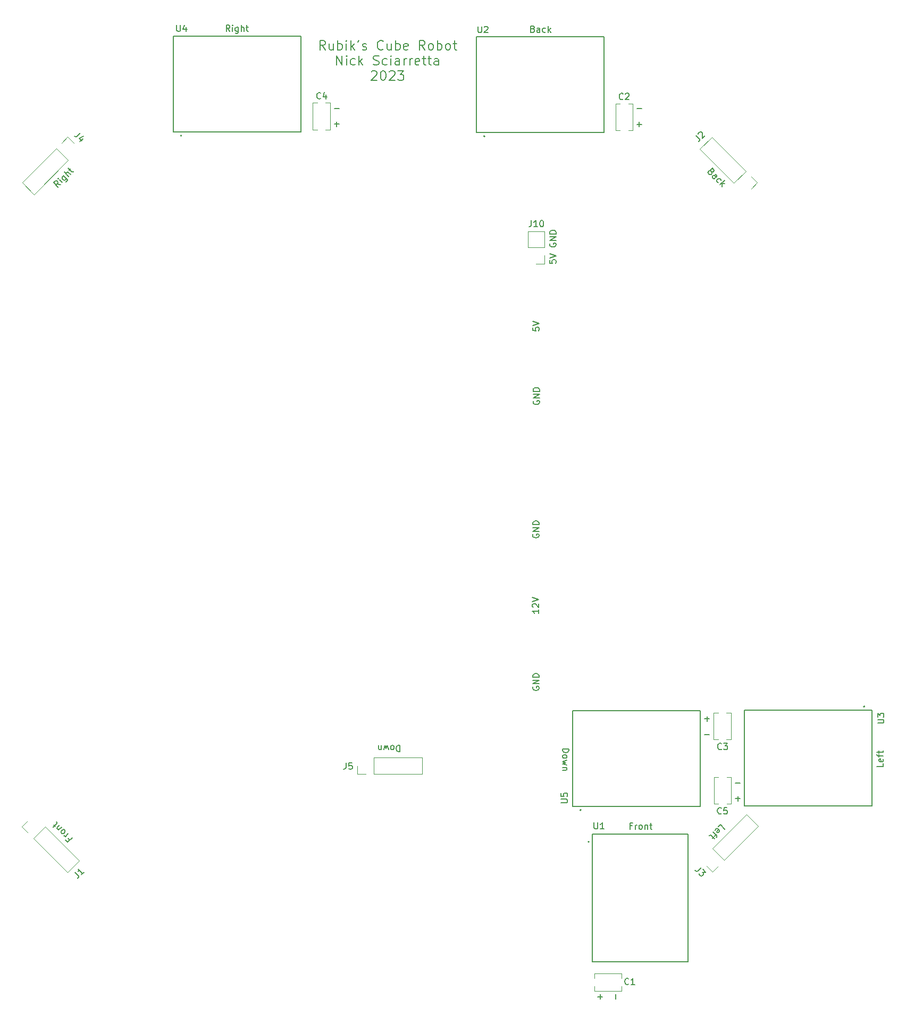
<source format=gbr>
%TF.GenerationSoftware,KiCad,Pcbnew,7.0.8*%
%TF.CreationDate,2023-11-07T13:43:57-08:00*%
%TF.ProjectId,Rubiks-Cube,52756269-6b73-42d4-9375-62652e6b6963,rev?*%
%TF.SameCoordinates,Original*%
%TF.FileFunction,Legend,Top*%
%TF.FilePolarity,Positive*%
%FSLAX46Y46*%
G04 Gerber Fmt 4.6, Leading zero omitted, Abs format (unit mm)*
G04 Created by KiCad (PCBNEW 7.0.8) date 2023-11-07 13:43:57*
%MOMM*%
%LPD*%
G01*
G04 APERTURE LIST*
%ADD10C,0.150000*%
%ADD11C,0.200000*%
%ADD12C,0.127000*%
%ADD13C,0.120000*%
G04 APERTURE END LIST*
D10*
X120879819Y-56037030D02*
X120879819Y-56513220D01*
X120879819Y-56513220D02*
X121356009Y-56560839D01*
X121356009Y-56560839D02*
X121308390Y-56513220D01*
X121308390Y-56513220D02*
X121260771Y-56417982D01*
X121260771Y-56417982D02*
X121260771Y-56179887D01*
X121260771Y-56179887D02*
X121308390Y-56084649D01*
X121308390Y-56084649D02*
X121356009Y-56037030D01*
X121356009Y-56037030D02*
X121451247Y-55989411D01*
X121451247Y-55989411D02*
X121689342Y-55989411D01*
X121689342Y-55989411D02*
X121784580Y-56037030D01*
X121784580Y-56037030D02*
X121832200Y-56084649D01*
X121832200Y-56084649D02*
X121879819Y-56179887D01*
X121879819Y-56179887D02*
X121879819Y-56417982D01*
X121879819Y-56417982D02*
X121832200Y-56513220D01*
X121832200Y-56513220D02*
X121784580Y-56560839D01*
X120879819Y-55703696D02*
X121879819Y-55370363D01*
X121879819Y-55370363D02*
X120879819Y-55037030D01*
X134746779Y-34448866D02*
X135508684Y-34448866D01*
X135127731Y-34829819D02*
X135127731Y-34067914D01*
X119139819Y-111649411D02*
X119139819Y-112220839D01*
X119139819Y-111935125D02*
X118139819Y-111935125D01*
X118139819Y-111935125D02*
X118282676Y-112030363D01*
X118282676Y-112030363D02*
X118377914Y-112125601D01*
X118377914Y-112125601D02*
X118425533Y-112220839D01*
X118235057Y-111268458D02*
X118187438Y-111220839D01*
X118187438Y-111220839D02*
X118139819Y-111125601D01*
X118139819Y-111125601D02*
X118139819Y-110887506D01*
X118139819Y-110887506D02*
X118187438Y-110792268D01*
X118187438Y-110792268D02*
X118235057Y-110744649D01*
X118235057Y-110744649D02*
X118330295Y-110697030D01*
X118330295Y-110697030D02*
X118425533Y-110697030D01*
X118425533Y-110697030D02*
X118568390Y-110744649D01*
X118568390Y-110744649D02*
X119139819Y-111316077D01*
X119139819Y-111316077D02*
X119139819Y-110697030D01*
X118139819Y-110411315D02*
X119139819Y-110077982D01*
X119139819Y-110077982D02*
X118139819Y-109744649D01*
X118199819Y-66767030D02*
X118199819Y-67243220D01*
X118199819Y-67243220D02*
X118676009Y-67290839D01*
X118676009Y-67290839D02*
X118628390Y-67243220D01*
X118628390Y-67243220D02*
X118580771Y-67147982D01*
X118580771Y-67147982D02*
X118580771Y-66909887D01*
X118580771Y-66909887D02*
X118628390Y-66814649D01*
X118628390Y-66814649D02*
X118676009Y-66767030D01*
X118676009Y-66767030D02*
X118771247Y-66719411D01*
X118771247Y-66719411D02*
X119009342Y-66719411D01*
X119009342Y-66719411D02*
X119104580Y-66767030D01*
X119104580Y-66767030D02*
X119152200Y-66814649D01*
X119152200Y-66814649D02*
X119199819Y-66909887D01*
X119199819Y-66909887D02*
X119199819Y-67147982D01*
X119199819Y-67147982D02*
X119152200Y-67243220D01*
X119152200Y-67243220D02*
X119104580Y-67290839D01*
X118199819Y-66433696D02*
X119199819Y-66100363D01*
X119199819Y-66100363D02*
X118199819Y-65767030D01*
X86586779Y-31888866D02*
X87348684Y-31888866D01*
X42990148Y-44015748D02*
X42417728Y-43914733D01*
X42586087Y-44419809D02*
X41878980Y-43712702D01*
X41878980Y-43712702D02*
X42148354Y-43443328D01*
X42148354Y-43443328D02*
X42249369Y-43409656D01*
X42249369Y-43409656D02*
X42316713Y-43409656D01*
X42316713Y-43409656D02*
X42417728Y-43443328D01*
X42417728Y-43443328D02*
X42518743Y-43544343D01*
X42518743Y-43544343D02*
X42552415Y-43645358D01*
X42552415Y-43645358D02*
X42552415Y-43712702D01*
X42552415Y-43712702D02*
X42518743Y-43813717D01*
X42518743Y-43813717D02*
X42249369Y-44083091D01*
X43293193Y-43712702D02*
X42821789Y-43241297D01*
X42586087Y-43005595D02*
X42586087Y-43072939D01*
X42586087Y-43072939D02*
X42653430Y-43072939D01*
X42653430Y-43072939D02*
X42653430Y-43005595D01*
X42653430Y-43005595D02*
X42586087Y-43005595D01*
X42586087Y-43005595D02*
X42653430Y-43072939D01*
X43461552Y-42601535D02*
X44033972Y-43173954D01*
X44033972Y-43173954D02*
X44067643Y-43274970D01*
X44067643Y-43274970D02*
X44067643Y-43342313D01*
X44067643Y-43342313D02*
X44033972Y-43443328D01*
X44033972Y-43443328D02*
X43932956Y-43544344D01*
X43932956Y-43544344D02*
X43831941Y-43578015D01*
X43899285Y-43039267D02*
X43865613Y-43140283D01*
X43865613Y-43140283D02*
X43730926Y-43274970D01*
X43730926Y-43274970D02*
X43629911Y-43308641D01*
X43629911Y-43308641D02*
X43562567Y-43308641D01*
X43562567Y-43308641D02*
X43461552Y-43274970D01*
X43461552Y-43274970D02*
X43259521Y-43072939D01*
X43259521Y-43072939D02*
X43225849Y-42971924D01*
X43225849Y-42971924D02*
X43225849Y-42904580D01*
X43225849Y-42904580D02*
X43259521Y-42803565D01*
X43259521Y-42803565D02*
X43394208Y-42668878D01*
X43394208Y-42668878D02*
X43495224Y-42635206D01*
X44269674Y-42736221D02*
X43562567Y-42029115D01*
X44572720Y-42433176D02*
X44202330Y-42062786D01*
X44202330Y-42062786D02*
X44101315Y-42029115D01*
X44101315Y-42029115D02*
X44000300Y-42062786D01*
X44000300Y-42062786D02*
X43899285Y-42163802D01*
X43899285Y-42163802D02*
X43865613Y-42264817D01*
X43865613Y-42264817D02*
X43865613Y-42332160D01*
X44337017Y-41726069D02*
X44606391Y-41456695D01*
X44202330Y-41389351D02*
X44808422Y-41995443D01*
X44808422Y-41995443D02*
X44909437Y-42029115D01*
X44909437Y-42029115D02*
X45010452Y-41995443D01*
X45010452Y-41995443D02*
X45077796Y-41928099D01*
X118210112Y-19246009D02*
X118352969Y-19293628D01*
X118352969Y-19293628D02*
X118400588Y-19341247D01*
X118400588Y-19341247D02*
X118448207Y-19436485D01*
X118448207Y-19436485D02*
X118448207Y-19579342D01*
X118448207Y-19579342D02*
X118400588Y-19674580D01*
X118400588Y-19674580D02*
X118352969Y-19722200D01*
X118352969Y-19722200D02*
X118257731Y-19769819D01*
X118257731Y-19769819D02*
X117876779Y-19769819D01*
X117876779Y-19769819D02*
X117876779Y-18769819D01*
X117876779Y-18769819D02*
X118210112Y-18769819D01*
X118210112Y-18769819D02*
X118305350Y-18817438D01*
X118305350Y-18817438D02*
X118352969Y-18865057D01*
X118352969Y-18865057D02*
X118400588Y-18960295D01*
X118400588Y-18960295D02*
X118400588Y-19055533D01*
X118400588Y-19055533D02*
X118352969Y-19150771D01*
X118352969Y-19150771D02*
X118305350Y-19198390D01*
X118305350Y-19198390D02*
X118210112Y-19246009D01*
X118210112Y-19246009D02*
X117876779Y-19246009D01*
X119305350Y-19769819D02*
X119305350Y-19246009D01*
X119305350Y-19246009D02*
X119257731Y-19150771D01*
X119257731Y-19150771D02*
X119162493Y-19103152D01*
X119162493Y-19103152D02*
X118972017Y-19103152D01*
X118972017Y-19103152D02*
X118876779Y-19150771D01*
X119305350Y-19722200D02*
X119210112Y-19769819D01*
X119210112Y-19769819D02*
X118972017Y-19769819D01*
X118972017Y-19769819D02*
X118876779Y-19722200D01*
X118876779Y-19722200D02*
X118829160Y-19626961D01*
X118829160Y-19626961D02*
X118829160Y-19531723D01*
X118829160Y-19531723D02*
X118876779Y-19436485D01*
X118876779Y-19436485D02*
X118972017Y-19388866D01*
X118972017Y-19388866D02*
X119210112Y-19388866D01*
X119210112Y-19388866D02*
X119305350Y-19341247D01*
X120210112Y-19722200D02*
X120114874Y-19769819D01*
X120114874Y-19769819D02*
X119924398Y-19769819D01*
X119924398Y-19769819D02*
X119829160Y-19722200D01*
X119829160Y-19722200D02*
X119781541Y-19674580D01*
X119781541Y-19674580D02*
X119733922Y-19579342D01*
X119733922Y-19579342D02*
X119733922Y-19293628D01*
X119733922Y-19293628D02*
X119781541Y-19198390D01*
X119781541Y-19198390D02*
X119829160Y-19150771D01*
X119829160Y-19150771D02*
X119924398Y-19103152D01*
X119924398Y-19103152D02*
X120114874Y-19103152D01*
X120114874Y-19103152D02*
X120210112Y-19150771D01*
X120638684Y-19769819D02*
X120638684Y-18769819D01*
X120733922Y-19388866D02*
X121019636Y-19769819D01*
X121019636Y-19103152D02*
X120638684Y-19484104D01*
X128921133Y-172886779D02*
X128921133Y-173648684D01*
X128540180Y-173267731D02*
X129302085Y-173267731D01*
X146313220Y-129031133D02*
X145551316Y-129031133D01*
X145932268Y-128650180D02*
X145932268Y-129412085D01*
X118297438Y-78449411D02*
X118249819Y-78544649D01*
X118249819Y-78544649D02*
X118249819Y-78687506D01*
X118249819Y-78687506D02*
X118297438Y-78830363D01*
X118297438Y-78830363D02*
X118392676Y-78925601D01*
X118392676Y-78925601D02*
X118487914Y-78973220D01*
X118487914Y-78973220D02*
X118678390Y-79020839D01*
X118678390Y-79020839D02*
X118821247Y-79020839D01*
X118821247Y-79020839D02*
X119011723Y-78973220D01*
X119011723Y-78973220D02*
X119106961Y-78925601D01*
X119106961Y-78925601D02*
X119202200Y-78830363D01*
X119202200Y-78830363D02*
X119249819Y-78687506D01*
X119249819Y-78687506D02*
X119249819Y-78592268D01*
X119249819Y-78592268D02*
X119202200Y-78449411D01*
X119202200Y-78449411D02*
X119154580Y-78401792D01*
X119154580Y-78401792D02*
X118821247Y-78401792D01*
X118821247Y-78401792D02*
X118821247Y-78592268D01*
X119249819Y-77973220D02*
X118249819Y-77973220D01*
X118249819Y-77973220D02*
X119249819Y-77401792D01*
X119249819Y-77401792D02*
X118249819Y-77401792D01*
X119249819Y-76925601D02*
X118249819Y-76925601D01*
X118249819Y-76925601D02*
X118249819Y-76687506D01*
X118249819Y-76687506D02*
X118297438Y-76544649D01*
X118297438Y-76544649D02*
X118392676Y-76449411D01*
X118392676Y-76449411D02*
X118487914Y-76401792D01*
X118487914Y-76401792D02*
X118678390Y-76354173D01*
X118678390Y-76354173D02*
X118821247Y-76354173D01*
X118821247Y-76354173D02*
X119011723Y-76401792D01*
X119011723Y-76401792D02*
X119106961Y-76449411D01*
X119106961Y-76449411D02*
X119202200Y-76544649D01*
X119202200Y-76544649D02*
X119249819Y-76687506D01*
X119249819Y-76687506D02*
X119249819Y-76925601D01*
X69948207Y-19639819D02*
X69614874Y-19163628D01*
X69376779Y-19639819D02*
X69376779Y-18639819D01*
X69376779Y-18639819D02*
X69757731Y-18639819D01*
X69757731Y-18639819D02*
X69852969Y-18687438D01*
X69852969Y-18687438D02*
X69900588Y-18735057D01*
X69900588Y-18735057D02*
X69948207Y-18830295D01*
X69948207Y-18830295D02*
X69948207Y-18973152D01*
X69948207Y-18973152D02*
X69900588Y-19068390D01*
X69900588Y-19068390D02*
X69852969Y-19116009D01*
X69852969Y-19116009D02*
X69757731Y-19163628D01*
X69757731Y-19163628D02*
X69376779Y-19163628D01*
X70376779Y-19639819D02*
X70376779Y-18973152D01*
X70376779Y-18639819D02*
X70329160Y-18687438D01*
X70329160Y-18687438D02*
X70376779Y-18735057D01*
X70376779Y-18735057D02*
X70424398Y-18687438D01*
X70424398Y-18687438D02*
X70376779Y-18639819D01*
X70376779Y-18639819D02*
X70376779Y-18735057D01*
X71281540Y-18973152D02*
X71281540Y-19782676D01*
X71281540Y-19782676D02*
X71233921Y-19877914D01*
X71233921Y-19877914D02*
X71186302Y-19925533D01*
X71186302Y-19925533D02*
X71091064Y-19973152D01*
X71091064Y-19973152D02*
X70948207Y-19973152D01*
X70948207Y-19973152D02*
X70852969Y-19925533D01*
X71281540Y-19592200D02*
X71186302Y-19639819D01*
X71186302Y-19639819D02*
X70995826Y-19639819D01*
X70995826Y-19639819D02*
X70900588Y-19592200D01*
X70900588Y-19592200D02*
X70852969Y-19544580D01*
X70852969Y-19544580D02*
X70805350Y-19449342D01*
X70805350Y-19449342D02*
X70805350Y-19163628D01*
X70805350Y-19163628D02*
X70852969Y-19068390D01*
X70852969Y-19068390D02*
X70900588Y-19020771D01*
X70900588Y-19020771D02*
X70995826Y-18973152D01*
X70995826Y-18973152D02*
X71186302Y-18973152D01*
X71186302Y-18973152D02*
X71281540Y-19020771D01*
X71757731Y-19639819D02*
X71757731Y-18639819D01*
X72186302Y-19639819D02*
X72186302Y-19116009D01*
X72186302Y-19116009D02*
X72138683Y-19020771D01*
X72138683Y-19020771D02*
X72043445Y-18973152D01*
X72043445Y-18973152D02*
X71900588Y-18973152D01*
X71900588Y-18973152D02*
X71805350Y-19020771D01*
X71805350Y-19020771D02*
X71757731Y-19068390D01*
X72519636Y-18973152D02*
X72900588Y-18973152D01*
X72662493Y-18639819D02*
X72662493Y-19496961D01*
X72662493Y-19496961D02*
X72710112Y-19592200D01*
X72710112Y-19592200D02*
X72805350Y-19639819D01*
X72805350Y-19639819D02*
X72900588Y-19639819D01*
X146666282Y-41971400D02*
X146733625Y-42106087D01*
X146733625Y-42106087D02*
X146733625Y-42173430D01*
X146733625Y-42173430D02*
X146699953Y-42274445D01*
X146699953Y-42274445D02*
X146598938Y-42375461D01*
X146598938Y-42375461D02*
X146497923Y-42409132D01*
X146497923Y-42409132D02*
X146430579Y-42409132D01*
X146430579Y-42409132D02*
X146329564Y-42375461D01*
X146329564Y-42375461D02*
X146060190Y-42106087D01*
X146060190Y-42106087D02*
X146767297Y-41398980D01*
X146767297Y-41398980D02*
X147002999Y-41634682D01*
X147002999Y-41634682D02*
X147036671Y-41735697D01*
X147036671Y-41735697D02*
X147036671Y-41803041D01*
X147036671Y-41803041D02*
X147002999Y-41904056D01*
X147002999Y-41904056D02*
X146935656Y-41971400D01*
X146935656Y-41971400D02*
X146834641Y-42005071D01*
X146834641Y-42005071D02*
X146767297Y-42005071D01*
X146767297Y-42005071D02*
X146666282Y-41971400D01*
X146666282Y-41971400D02*
X146430579Y-41735697D01*
X147070343Y-43116239D02*
X147440732Y-42745850D01*
X147440732Y-42745850D02*
X147474404Y-42644835D01*
X147474404Y-42644835D02*
X147440732Y-42543819D01*
X147440732Y-42543819D02*
X147306045Y-42409132D01*
X147306045Y-42409132D02*
X147205030Y-42375461D01*
X147104015Y-43082567D02*
X147002999Y-43048896D01*
X147002999Y-43048896D02*
X146834641Y-42880537D01*
X146834641Y-42880537D02*
X146800969Y-42779522D01*
X146800969Y-42779522D02*
X146834641Y-42678506D01*
X146834641Y-42678506D02*
X146901984Y-42611163D01*
X146901984Y-42611163D02*
X147002999Y-42577491D01*
X147002999Y-42577491D02*
X147104015Y-42611163D01*
X147104015Y-42611163D02*
X147272373Y-42779522D01*
X147272373Y-42779522D02*
X147373389Y-42813193D01*
X147743778Y-43722331D02*
X147642763Y-43688659D01*
X147642763Y-43688659D02*
X147508076Y-43553972D01*
X147508076Y-43553972D02*
X147474404Y-43452957D01*
X147474404Y-43452957D02*
X147474404Y-43385613D01*
X147474404Y-43385613D02*
X147508076Y-43284598D01*
X147508076Y-43284598D02*
X147710106Y-43082567D01*
X147710106Y-43082567D02*
X147811121Y-43048896D01*
X147811121Y-43048896D02*
X147878465Y-43048896D01*
X147878465Y-43048896D02*
X147979480Y-43082567D01*
X147979480Y-43082567D02*
X148114167Y-43217254D01*
X148114167Y-43217254D02*
X148147839Y-43318270D01*
X148013152Y-44059048D02*
X148720259Y-43351942D01*
X148349869Y-43857018D02*
X148282526Y-44328422D01*
X148753931Y-43857018D02*
X148215182Y-43857018D01*
X120927438Y-53389411D02*
X120879819Y-53484649D01*
X120879819Y-53484649D02*
X120879819Y-53627506D01*
X120879819Y-53627506D02*
X120927438Y-53770363D01*
X120927438Y-53770363D02*
X121022676Y-53865601D01*
X121022676Y-53865601D02*
X121117914Y-53913220D01*
X121117914Y-53913220D02*
X121308390Y-53960839D01*
X121308390Y-53960839D02*
X121451247Y-53960839D01*
X121451247Y-53960839D02*
X121641723Y-53913220D01*
X121641723Y-53913220D02*
X121736961Y-53865601D01*
X121736961Y-53865601D02*
X121832200Y-53770363D01*
X121832200Y-53770363D02*
X121879819Y-53627506D01*
X121879819Y-53627506D02*
X121879819Y-53532268D01*
X121879819Y-53532268D02*
X121832200Y-53389411D01*
X121832200Y-53389411D02*
X121784580Y-53341792D01*
X121784580Y-53341792D02*
X121451247Y-53341792D01*
X121451247Y-53341792D02*
X121451247Y-53532268D01*
X121879819Y-52913220D02*
X120879819Y-52913220D01*
X120879819Y-52913220D02*
X121879819Y-52341792D01*
X121879819Y-52341792D02*
X120879819Y-52341792D01*
X121879819Y-51865601D02*
X120879819Y-51865601D01*
X120879819Y-51865601D02*
X120879819Y-51627506D01*
X120879819Y-51627506D02*
X120927438Y-51484649D01*
X120927438Y-51484649D02*
X121022676Y-51389411D01*
X121022676Y-51389411D02*
X121117914Y-51341792D01*
X121117914Y-51341792D02*
X121308390Y-51294173D01*
X121308390Y-51294173D02*
X121451247Y-51294173D01*
X121451247Y-51294173D02*
X121641723Y-51341792D01*
X121641723Y-51341792D02*
X121736961Y-51389411D01*
X121736961Y-51389411D02*
X121832200Y-51484649D01*
X121832200Y-51484649D02*
X121879819Y-51627506D01*
X121879819Y-51627506D02*
X121879819Y-51865601D01*
X147707195Y-146226908D02*
X148043912Y-145890190D01*
X148043912Y-145890190D02*
X148751019Y-146597297D01*
X147235790Y-146765656D02*
X147269462Y-146664641D01*
X147269462Y-146664641D02*
X147404149Y-146529954D01*
X147404149Y-146529954D02*
X147505164Y-146496282D01*
X147505164Y-146496282D02*
X147606180Y-146529954D01*
X147606180Y-146529954D02*
X147875554Y-146799328D01*
X147875554Y-146799328D02*
X147909225Y-146900343D01*
X147909225Y-146900343D02*
X147875554Y-147001358D01*
X147875554Y-147001358D02*
X147740867Y-147136045D01*
X147740867Y-147136045D02*
X147639851Y-147169717D01*
X147639851Y-147169717D02*
X147538836Y-147136045D01*
X147538836Y-147136045D02*
X147471493Y-147068702D01*
X147471493Y-147068702D02*
X147740867Y-146664641D01*
X147437821Y-147439091D02*
X147168447Y-147708465D01*
X146865401Y-147068702D02*
X147471492Y-147674793D01*
X147471492Y-147674793D02*
X147505164Y-147775809D01*
X147505164Y-147775809D02*
X147471492Y-147876824D01*
X147471492Y-147876824D02*
X147404149Y-147944167D01*
X147033759Y-147843152D02*
X146764385Y-148112526D01*
X147168446Y-148179870D02*
X146562355Y-147573778D01*
X146562355Y-147573778D02*
X146461340Y-147540107D01*
X146461340Y-147540107D02*
X146360324Y-147573778D01*
X146360324Y-147573778D02*
X146292981Y-147641122D01*
D11*
X85141427Y-22576028D02*
X84641427Y-21861742D01*
X84284284Y-22576028D02*
X84284284Y-21076028D01*
X84284284Y-21076028D02*
X84855713Y-21076028D01*
X84855713Y-21076028D02*
X84998570Y-21147457D01*
X84998570Y-21147457D02*
X85069999Y-21218885D01*
X85069999Y-21218885D02*
X85141427Y-21361742D01*
X85141427Y-21361742D02*
X85141427Y-21576028D01*
X85141427Y-21576028D02*
X85069999Y-21718885D01*
X85069999Y-21718885D02*
X84998570Y-21790314D01*
X84998570Y-21790314D02*
X84855713Y-21861742D01*
X84855713Y-21861742D02*
X84284284Y-21861742D01*
X86427142Y-21576028D02*
X86427142Y-22576028D01*
X85784284Y-21576028D02*
X85784284Y-22361742D01*
X85784284Y-22361742D02*
X85855713Y-22504600D01*
X85855713Y-22504600D02*
X85998570Y-22576028D01*
X85998570Y-22576028D02*
X86212856Y-22576028D01*
X86212856Y-22576028D02*
X86355713Y-22504600D01*
X86355713Y-22504600D02*
X86427142Y-22433171D01*
X87141427Y-22576028D02*
X87141427Y-21076028D01*
X87141427Y-21647457D02*
X87284285Y-21576028D01*
X87284285Y-21576028D02*
X87569999Y-21576028D01*
X87569999Y-21576028D02*
X87712856Y-21647457D01*
X87712856Y-21647457D02*
X87784285Y-21718885D01*
X87784285Y-21718885D02*
X87855713Y-21861742D01*
X87855713Y-21861742D02*
X87855713Y-22290314D01*
X87855713Y-22290314D02*
X87784285Y-22433171D01*
X87784285Y-22433171D02*
X87712856Y-22504600D01*
X87712856Y-22504600D02*
X87569999Y-22576028D01*
X87569999Y-22576028D02*
X87284285Y-22576028D01*
X87284285Y-22576028D02*
X87141427Y-22504600D01*
X88498570Y-22576028D02*
X88498570Y-21576028D01*
X88498570Y-21076028D02*
X88427142Y-21147457D01*
X88427142Y-21147457D02*
X88498570Y-21218885D01*
X88498570Y-21218885D02*
X88569999Y-21147457D01*
X88569999Y-21147457D02*
X88498570Y-21076028D01*
X88498570Y-21076028D02*
X88498570Y-21218885D01*
X89212856Y-22576028D02*
X89212856Y-21076028D01*
X89355714Y-22004600D02*
X89784285Y-22576028D01*
X89784285Y-21576028D02*
X89212856Y-22147457D01*
X90498571Y-21076028D02*
X90355714Y-21361742D01*
X91070000Y-22504600D02*
X91212857Y-22576028D01*
X91212857Y-22576028D02*
X91498571Y-22576028D01*
X91498571Y-22576028D02*
X91641428Y-22504600D01*
X91641428Y-22504600D02*
X91712857Y-22361742D01*
X91712857Y-22361742D02*
X91712857Y-22290314D01*
X91712857Y-22290314D02*
X91641428Y-22147457D01*
X91641428Y-22147457D02*
X91498571Y-22076028D01*
X91498571Y-22076028D02*
X91284286Y-22076028D01*
X91284286Y-22076028D02*
X91141428Y-22004600D01*
X91141428Y-22004600D02*
X91070000Y-21861742D01*
X91070000Y-21861742D02*
X91070000Y-21790314D01*
X91070000Y-21790314D02*
X91141428Y-21647457D01*
X91141428Y-21647457D02*
X91284286Y-21576028D01*
X91284286Y-21576028D02*
X91498571Y-21576028D01*
X91498571Y-21576028D02*
X91641428Y-21647457D01*
X94355714Y-22433171D02*
X94284286Y-22504600D01*
X94284286Y-22504600D02*
X94070000Y-22576028D01*
X94070000Y-22576028D02*
X93927143Y-22576028D01*
X93927143Y-22576028D02*
X93712857Y-22504600D01*
X93712857Y-22504600D02*
X93570000Y-22361742D01*
X93570000Y-22361742D02*
X93498571Y-22218885D01*
X93498571Y-22218885D02*
X93427143Y-21933171D01*
X93427143Y-21933171D02*
X93427143Y-21718885D01*
X93427143Y-21718885D02*
X93498571Y-21433171D01*
X93498571Y-21433171D02*
X93570000Y-21290314D01*
X93570000Y-21290314D02*
X93712857Y-21147457D01*
X93712857Y-21147457D02*
X93927143Y-21076028D01*
X93927143Y-21076028D02*
X94070000Y-21076028D01*
X94070000Y-21076028D02*
X94284286Y-21147457D01*
X94284286Y-21147457D02*
X94355714Y-21218885D01*
X95641429Y-21576028D02*
X95641429Y-22576028D01*
X94998571Y-21576028D02*
X94998571Y-22361742D01*
X94998571Y-22361742D02*
X95070000Y-22504600D01*
X95070000Y-22504600D02*
X95212857Y-22576028D01*
X95212857Y-22576028D02*
X95427143Y-22576028D01*
X95427143Y-22576028D02*
X95570000Y-22504600D01*
X95570000Y-22504600D02*
X95641429Y-22433171D01*
X96355714Y-22576028D02*
X96355714Y-21076028D01*
X96355714Y-21647457D02*
X96498572Y-21576028D01*
X96498572Y-21576028D02*
X96784286Y-21576028D01*
X96784286Y-21576028D02*
X96927143Y-21647457D01*
X96927143Y-21647457D02*
X96998572Y-21718885D01*
X96998572Y-21718885D02*
X97070000Y-21861742D01*
X97070000Y-21861742D02*
X97070000Y-22290314D01*
X97070000Y-22290314D02*
X96998572Y-22433171D01*
X96998572Y-22433171D02*
X96927143Y-22504600D01*
X96927143Y-22504600D02*
X96784286Y-22576028D01*
X96784286Y-22576028D02*
X96498572Y-22576028D01*
X96498572Y-22576028D02*
X96355714Y-22504600D01*
X98284286Y-22504600D02*
X98141429Y-22576028D01*
X98141429Y-22576028D02*
X97855715Y-22576028D01*
X97855715Y-22576028D02*
X97712857Y-22504600D01*
X97712857Y-22504600D02*
X97641429Y-22361742D01*
X97641429Y-22361742D02*
X97641429Y-21790314D01*
X97641429Y-21790314D02*
X97712857Y-21647457D01*
X97712857Y-21647457D02*
X97855715Y-21576028D01*
X97855715Y-21576028D02*
X98141429Y-21576028D01*
X98141429Y-21576028D02*
X98284286Y-21647457D01*
X98284286Y-21647457D02*
X98355715Y-21790314D01*
X98355715Y-21790314D02*
X98355715Y-21933171D01*
X98355715Y-21933171D02*
X97641429Y-22076028D01*
X100998571Y-22576028D02*
X100498571Y-21861742D01*
X100141428Y-22576028D02*
X100141428Y-21076028D01*
X100141428Y-21076028D02*
X100712857Y-21076028D01*
X100712857Y-21076028D02*
X100855714Y-21147457D01*
X100855714Y-21147457D02*
X100927143Y-21218885D01*
X100927143Y-21218885D02*
X100998571Y-21361742D01*
X100998571Y-21361742D02*
X100998571Y-21576028D01*
X100998571Y-21576028D02*
X100927143Y-21718885D01*
X100927143Y-21718885D02*
X100855714Y-21790314D01*
X100855714Y-21790314D02*
X100712857Y-21861742D01*
X100712857Y-21861742D02*
X100141428Y-21861742D01*
X101855714Y-22576028D02*
X101712857Y-22504600D01*
X101712857Y-22504600D02*
X101641428Y-22433171D01*
X101641428Y-22433171D02*
X101570000Y-22290314D01*
X101570000Y-22290314D02*
X101570000Y-21861742D01*
X101570000Y-21861742D02*
X101641428Y-21718885D01*
X101641428Y-21718885D02*
X101712857Y-21647457D01*
X101712857Y-21647457D02*
X101855714Y-21576028D01*
X101855714Y-21576028D02*
X102070000Y-21576028D01*
X102070000Y-21576028D02*
X102212857Y-21647457D01*
X102212857Y-21647457D02*
X102284286Y-21718885D01*
X102284286Y-21718885D02*
X102355714Y-21861742D01*
X102355714Y-21861742D02*
X102355714Y-22290314D01*
X102355714Y-22290314D02*
X102284286Y-22433171D01*
X102284286Y-22433171D02*
X102212857Y-22504600D01*
X102212857Y-22504600D02*
X102070000Y-22576028D01*
X102070000Y-22576028D02*
X101855714Y-22576028D01*
X102998571Y-22576028D02*
X102998571Y-21076028D01*
X102998571Y-21647457D02*
X103141429Y-21576028D01*
X103141429Y-21576028D02*
X103427143Y-21576028D01*
X103427143Y-21576028D02*
X103570000Y-21647457D01*
X103570000Y-21647457D02*
X103641429Y-21718885D01*
X103641429Y-21718885D02*
X103712857Y-21861742D01*
X103712857Y-21861742D02*
X103712857Y-22290314D01*
X103712857Y-22290314D02*
X103641429Y-22433171D01*
X103641429Y-22433171D02*
X103570000Y-22504600D01*
X103570000Y-22504600D02*
X103427143Y-22576028D01*
X103427143Y-22576028D02*
X103141429Y-22576028D01*
X103141429Y-22576028D02*
X102998571Y-22504600D01*
X104570000Y-22576028D02*
X104427143Y-22504600D01*
X104427143Y-22504600D02*
X104355714Y-22433171D01*
X104355714Y-22433171D02*
X104284286Y-22290314D01*
X104284286Y-22290314D02*
X104284286Y-21861742D01*
X104284286Y-21861742D02*
X104355714Y-21718885D01*
X104355714Y-21718885D02*
X104427143Y-21647457D01*
X104427143Y-21647457D02*
X104570000Y-21576028D01*
X104570000Y-21576028D02*
X104784286Y-21576028D01*
X104784286Y-21576028D02*
X104927143Y-21647457D01*
X104927143Y-21647457D02*
X104998572Y-21718885D01*
X104998572Y-21718885D02*
X105070000Y-21861742D01*
X105070000Y-21861742D02*
X105070000Y-22290314D01*
X105070000Y-22290314D02*
X104998572Y-22433171D01*
X104998572Y-22433171D02*
X104927143Y-22504600D01*
X104927143Y-22504600D02*
X104784286Y-22576028D01*
X104784286Y-22576028D02*
X104570000Y-22576028D01*
X105498572Y-21576028D02*
X106070000Y-21576028D01*
X105712857Y-21076028D02*
X105712857Y-22361742D01*
X105712857Y-22361742D02*
X105784286Y-22504600D01*
X105784286Y-22504600D02*
X105927143Y-22576028D01*
X105927143Y-22576028D02*
X106070000Y-22576028D01*
X86962857Y-24991028D02*
X86962857Y-23491028D01*
X86962857Y-23491028D02*
X87820000Y-24991028D01*
X87820000Y-24991028D02*
X87820000Y-23491028D01*
X88534286Y-24991028D02*
X88534286Y-23991028D01*
X88534286Y-23491028D02*
X88462858Y-23562457D01*
X88462858Y-23562457D02*
X88534286Y-23633885D01*
X88534286Y-23633885D02*
X88605715Y-23562457D01*
X88605715Y-23562457D02*
X88534286Y-23491028D01*
X88534286Y-23491028D02*
X88534286Y-23633885D01*
X89891430Y-24919600D02*
X89748572Y-24991028D01*
X89748572Y-24991028D02*
X89462858Y-24991028D01*
X89462858Y-24991028D02*
X89320001Y-24919600D01*
X89320001Y-24919600D02*
X89248572Y-24848171D01*
X89248572Y-24848171D02*
X89177144Y-24705314D01*
X89177144Y-24705314D02*
X89177144Y-24276742D01*
X89177144Y-24276742D02*
X89248572Y-24133885D01*
X89248572Y-24133885D02*
X89320001Y-24062457D01*
X89320001Y-24062457D02*
X89462858Y-23991028D01*
X89462858Y-23991028D02*
X89748572Y-23991028D01*
X89748572Y-23991028D02*
X89891430Y-24062457D01*
X90534286Y-24991028D02*
X90534286Y-23491028D01*
X90677144Y-24419600D02*
X91105715Y-24991028D01*
X91105715Y-23991028D02*
X90534286Y-24562457D01*
X92820001Y-24919600D02*
X93034287Y-24991028D01*
X93034287Y-24991028D02*
X93391429Y-24991028D01*
X93391429Y-24991028D02*
X93534287Y-24919600D01*
X93534287Y-24919600D02*
X93605715Y-24848171D01*
X93605715Y-24848171D02*
X93677144Y-24705314D01*
X93677144Y-24705314D02*
X93677144Y-24562457D01*
X93677144Y-24562457D02*
X93605715Y-24419600D01*
X93605715Y-24419600D02*
X93534287Y-24348171D01*
X93534287Y-24348171D02*
X93391429Y-24276742D01*
X93391429Y-24276742D02*
X93105715Y-24205314D01*
X93105715Y-24205314D02*
X92962858Y-24133885D01*
X92962858Y-24133885D02*
X92891429Y-24062457D01*
X92891429Y-24062457D02*
X92820001Y-23919600D01*
X92820001Y-23919600D02*
X92820001Y-23776742D01*
X92820001Y-23776742D02*
X92891429Y-23633885D01*
X92891429Y-23633885D02*
X92962858Y-23562457D01*
X92962858Y-23562457D02*
X93105715Y-23491028D01*
X93105715Y-23491028D02*
X93462858Y-23491028D01*
X93462858Y-23491028D02*
X93677144Y-23562457D01*
X94962858Y-24919600D02*
X94820000Y-24991028D01*
X94820000Y-24991028D02*
X94534286Y-24991028D01*
X94534286Y-24991028D02*
X94391429Y-24919600D01*
X94391429Y-24919600D02*
X94320000Y-24848171D01*
X94320000Y-24848171D02*
X94248572Y-24705314D01*
X94248572Y-24705314D02*
X94248572Y-24276742D01*
X94248572Y-24276742D02*
X94320000Y-24133885D01*
X94320000Y-24133885D02*
X94391429Y-24062457D01*
X94391429Y-24062457D02*
X94534286Y-23991028D01*
X94534286Y-23991028D02*
X94820000Y-23991028D01*
X94820000Y-23991028D02*
X94962858Y-24062457D01*
X95605714Y-24991028D02*
X95605714Y-23991028D01*
X95605714Y-23491028D02*
X95534286Y-23562457D01*
X95534286Y-23562457D02*
X95605714Y-23633885D01*
X95605714Y-23633885D02*
X95677143Y-23562457D01*
X95677143Y-23562457D02*
X95605714Y-23491028D01*
X95605714Y-23491028D02*
X95605714Y-23633885D01*
X96962858Y-24991028D02*
X96962858Y-24205314D01*
X96962858Y-24205314D02*
X96891429Y-24062457D01*
X96891429Y-24062457D02*
X96748572Y-23991028D01*
X96748572Y-23991028D02*
X96462858Y-23991028D01*
X96462858Y-23991028D02*
X96320000Y-24062457D01*
X96962858Y-24919600D02*
X96820000Y-24991028D01*
X96820000Y-24991028D02*
X96462858Y-24991028D01*
X96462858Y-24991028D02*
X96320000Y-24919600D01*
X96320000Y-24919600D02*
X96248572Y-24776742D01*
X96248572Y-24776742D02*
X96248572Y-24633885D01*
X96248572Y-24633885D02*
X96320000Y-24491028D01*
X96320000Y-24491028D02*
X96462858Y-24419600D01*
X96462858Y-24419600D02*
X96820000Y-24419600D01*
X96820000Y-24419600D02*
X96962858Y-24348171D01*
X97677143Y-24991028D02*
X97677143Y-23991028D01*
X97677143Y-24276742D02*
X97748572Y-24133885D01*
X97748572Y-24133885D02*
X97820001Y-24062457D01*
X97820001Y-24062457D02*
X97962858Y-23991028D01*
X97962858Y-23991028D02*
X98105715Y-23991028D01*
X98605714Y-24991028D02*
X98605714Y-23991028D01*
X98605714Y-24276742D02*
X98677143Y-24133885D01*
X98677143Y-24133885D02*
X98748572Y-24062457D01*
X98748572Y-24062457D02*
X98891429Y-23991028D01*
X98891429Y-23991028D02*
X99034286Y-23991028D01*
X100105714Y-24919600D02*
X99962857Y-24991028D01*
X99962857Y-24991028D02*
X99677143Y-24991028D01*
X99677143Y-24991028D02*
X99534285Y-24919600D01*
X99534285Y-24919600D02*
X99462857Y-24776742D01*
X99462857Y-24776742D02*
X99462857Y-24205314D01*
X99462857Y-24205314D02*
X99534285Y-24062457D01*
X99534285Y-24062457D02*
X99677143Y-23991028D01*
X99677143Y-23991028D02*
X99962857Y-23991028D01*
X99962857Y-23991028D02*
X100105714Y-24062457D01*
X100105714Y-24062457D02*
X100177143Y-24205314D01*
X100177143Y-24205314D02*
X100177143Y-24348171D01*
X100177143Y-24348171D02*
X99462857Y-24491028D01*
X100605714Y-23991028D02*
X101177142Y-23991028D01*
X100819999Y-23491028D02*
X100819999Y-24776742D01*
X100819999Y-24776742D02*
X100891428Y-24919600D01*
X100891428Y-24919600D02*
X101034285Y-24991028D01*
X101034285Y-24991028D02*
X101177142Y-24991028D01*
X101462857Y-23991028D02*
X102034285Y-23991028D01*
X101677142Y-23491028D02*
X101677142Y-24776742D01*
X101677142Y-24776742D02*
X101748571Y-24919600D01*
X101748571Y-24919600D02*
X101891428Y-24991028D01*
X101891428Y-24991028D02*
X102034285Y-24991028D01*
X103177143Y-24991028D02*
X103177143Y-24205314D01*
X103177143Y-24205314D02*
X103105714Y-24062457D01*
X103105714Y-24062457D02*
X102962857Y-23991028D01*
X102962857Y-23991028D02*
X102677143Y-23991028D01*
X102677143Y-23991028D02*
X102534285Y-24062457D01*
X103177143Y-24919600D02*
X103034285Y-24991028D01*
X103034285Y-24991028D02*
X102677143Y-24991028D01*
X102677143Y-24991028D02*
X102534285Y-24919600D01*
X102534285Y-24919600D02*
X102462857Y-24776742D01*
X102462857Y-24776742D02*
X102462857Y-24633885D01*
X102462857Y-24633885D02*
X102534285Y-24491028D01*
X102534285Y-24491028D02*
X102677143Y-24419600D01*
X102677143Y-24419600D02*
X103034285Y-24419600D01*
X103034285Y-24419600D02*
X103177143Y-24348171D01*
X92498572Y-26048885D02*
X92570000Y-25977457D01*
X92570000Y-25977457D02*
X92712858Y-25906028D01*
X92712858Y-25906028D02*
X93070000Y-25906028D01*
X93070000Y-25906028D02*
X93212858Y-25977457D01*
X93212858Y-25977457D02*
X93284286Y-26048885D01*
X93284286Y-26048885D02*
X93355715Y-26191742D01*
X93355715Y-26191742D02*
X93355715Y-26334600D01*
X93355715Y-26334600D02*
X93284286Y-26548885D01*
X93284286Y-26548885D02*
X92427143Y-27406028D01*
X92427143Y-27406028D02*
X93355715Y-27406028D01*
X94284286Y-25906028D02*
X94427143Y-25906028D01*
X94427143Y-25906028D02*
X94570000Y-25977457D01*
X94570000Y-25977457D02*
X94641429Y-26048885D01*
X94641429Y-26048885D02*
X94712857Y-26191742D01*
X94712857Y-26191742D02*
X94784286Y-26477457D01*
X94784286Y-26477457D02*
X94784286Y-26834600D01*
X94784286Y-26834600D02*
X94712857Y-27120314D01*
X94712857Y-27120314D02*
X94641429Y-27263171D01*
X94641429Y-27263171D02*
X94570000Y-27334600D01*
X94570000Y-27334600D02*
X94427143Y-27406028D01*
X94427143Y-27406028D02*
X94284286Y-27406028D01*
X94284286Y-27406028D02*
X94141429Y-27334600D01*
X94141429Y-27334600D02*
X94070000Y-27263171D01*
X94070000Y-27263171D02*
X93998571Y-27120314D01*
X93998571Y-27120314D02*
X93927143Y-26834600D01*
X93927143Y-26834600D02*
X93927143Y-26477457D01*
X93927143Y-26477457D02*
X93998571Y-26191742D01*
X93998571Y-26191742D02*
X94070000Y-26048885D01*
X94070000Y-26048885D02*
X94141429Y-25977457D01*
X94141429Y-25977457D02*
X94284286Y-25906028D01*
X95355714Y-26048885D02*
X95427142Y-25977457D01*
X95427142Y-25977457D02*
X95570000Y-25906028D01*
X95570000Y-25906028D02*
X95927142Y-25906028D01*
X95927142Y-25906028D02*
X96070000Y-25977457D01*
X96070000Y-25977457D02*
X96141428Y-26048885D01*
X96141428Y-26048885D02*
X96212857Y-26191742D01*
X96212857Y-26191742D02*
X96212857Y-26334600D01*
X96212857Y-26334600D02*
X96141428Y-26548885D01*
X96141428Y-26548885D02*
X95284285Y-27406028D01*
X95284285Y-27406028D02*
X96212857Y-27406028D01*
X96712856Y-25906028D02*
X97641428Y-25906028D01*
X97641428Y-25906028D02*
X97141428Y-26477457D01*
X97141428Y-26477457D02*
X97355713Y-26477457D01*
X97355713Y-26477457D02*
X97498571Y-26548885D01*
X97498571Y-26548885D02*
X97569999Y-26620314D01*
X97569999Y-26620314D02*
X97641428Y-26763171D01*
X97641428Y-26763171D02*
X97641428Y-27120314D01*
X97641428Y-27120314D02*
X97569999Y-27263171D01*
X97569999Y-27263171D02*
X97498571Y-27334600D01*
X97498571Y-27334600D02*
X97355713Y-27406028D01*
X97355713Y-27406028D02*
X96927142Y-27406028D01*
X96927142Y-27406028D02*
X96784285Y-27334600D01*
X96784285Y-27334600D02*
X96712856Y-27263171D01*
D10*
X118247438Y-123949411D02*
X118199819Y-124044649D01*
X118199819Y-124044649D02*
X118199819Y-124187506D01*
X118199819Y-124187506D02*
X118247438Y-124330363D01*
X118247438Y-124330363D02*
X118342676Y-124425601D01*
X118342676Y-124425601D02*
X118437914Y-124473220D01*
X118437914Y-124473220D02*
X118628390Y-124520839D01*
X118628390Y-124520839D02*
X118771247Y-124520839D01*
X118771247Y-124520839D02*
X118961723Y-124473220D01*
X118961723Y-124473220D02*
X119056961Y-124425601D01*
X119056961Y-124425601D02*
X119152200Y-124330363D01*
X119152200Y-124330363D02*
X119199819Y-124187506D01*
X119199819Y-124187506D02*
X119199819Y-124092268D01*
X119199819Y-124092268D02*
X119152200Y-123949411D01*
X119152200Y-123949411D02*
X119104580Y-123901792D01*
X119104580Y-123901792D02*
X118771247Y-123901792D01*
X118771247Y-123901792D02*
X118771247Y-124092268D01*
X119199819Y-123473220D02*
X118199819Y-123473220D01*
X118199819Y-123473220D02*
X119199819Y-122901792D01*
X119199819Y-122901792D02*
X118199819Y-122901792D01*
X119199819Y-122425601D02*
X118199819Y-122425601D01*
X118199819Y-122425601D02*
X118199819Y-122187506D01*
X118199819Y-122187506D02*
X118247438Y-122044649D01*
X118247438Y-122044649D02*
X118342676Y-121949411D01*
X118342676Y-121949411D02*
X118437914Y-121901792D01*
X118437914Y-121901792D02*
X118628390Y-121854173D01*
X118628390Y-121854173D02*
X118771247Y-121854173D01*
X118771247Y-121854173D02*
X118961723Y-121901792D01*
X118961723Y-121901792D02*
X119056961Y-121949411D01*
X119056961Y-121949411D02*
X119152200Y-122044649D01*
X119152200Y-122044649D02*
X119199819Y-122187506D01*
X119199819Y-122187506D02*
X119199819Y-122425601D01*
X97013220Y-133280180D02*
X97013220Y-134280180D01*
X97013220Y-134280180D02*
X96775125Y-134280180D01*
X96775125Y-134280180D02*
X96632268Y-134232561D01*
X96632268Y-134232561D02*
X96537030Y-134137323D01*
X96537030Y-134137323D02*
X96489411Y-134042085D01*
X96489411Y-134042085D02*
X96441792Y-133851609D01*
X96441792Y-133851609D02*
X96441792Y-133708752D01*
X96441792Y-133708752D02*
X96489411Y-133518276D01*
X96489411Y-133518276D02*
X96537030Y-133423038D01*
X96537030Y-133423038D02*
X96632268Y-133327800D01*
X96632268Y-133327800D02*
X96775125Y-133280180D01*
X96775125Y-133280180D02*
X97013220Y-133280180D01*
X95870363Y-133280180D02*
X95965601Y-133327800D01*
X95965601Y-133327800D02*
X96013220Y-133375419D01*
X96013220Y-133375419D02*
X96060839Y-133470657D01*
X96060839Y-133470657D02*
X96060839Y-133756371D01*
X96060839Y-133756371D02*
X96013220Y-133851609D01*
X96013220Y-133851609D02*
X95965601Y-133899228D01*
X95965601Y-133899228D02*
X95870363Y-133946847D01*
X95870363Y-133946847D02*
X95727506Y-133946847D01*
X95727506Y-133946847D02*
X95632268Y-133899228D01*
X95632268Y-133899228D02*
X95584649Y-133851609D01*
X95584649Y-133851609D02*
X95537030Y-133756371D01*
X95537030Y-133756371D02*
X95537030Y-133470657D01*
X95537030Y-133470657D02*
X95584649Y-133375419D01*
X95584649Y-133375419D02*
X95632268Y-133327800D01*
X95632268Y-133327800D02*
X95727506Y-133280180D01*
X95727506Y-133280180D02*
X95870363Y-133280180D01*
X95203696Y-133946847D02*
X95013220Y-133280180D01*
X95013220Y-133280180D02*
X94822744Y-133756371D01*
X94822744Y-133756371D02*
X94632268Y-133280180D01*
X94632268Y-133280180D02*
X94441792Y-133946847D01*
X94060839Y-133946847D02*
X94060839Y-133280180D01*
X94060839Y-133851609D02*
X94013220Y-133899228D01*
X94013220Y-133899228D02*
X93917982Y-133946847D01*
X93917982Y-133946847D02*
X93775125Y-133946847D01*
X93775125Y-133946847D02*
X93679887Y-133899228D01*
X93679887Y-133899228D02*
X93632268Y-133803990D01*
X93632268Y-133803990D02*
X93632268Y-133280180D01*
X173999819Y-136147030D02*
X173999819Y-136623220D01*
X173999819Y-136623220D02*
X172999819Y-136623220D01*
X173952200Y-135432744D02*
X173999819Y-135527982D01*
X173999819Y-135527982D02*
X173999819Y-135718458D01*
X173999819Y-135718458D02*
X173952200Y-135813696D01*
X173952200Y-135813696D02*
X173856961Y-135861315D01*
X173856961Y-135861315D02*
X173476009Y-135861315D01*
X173476009Y-135861315D02*
X173380771Y-135813696D01*
X173380771Y-135813696D02*
X173333152Y-135718458D01*
X173333152Y-135718458D02*
X173333152Y-135527982D01*
X173333152Y-135527982D02*
X173380771Y-135432744D01*
X173380771Y-135432744D02*
X173476009Y-135385125D01*
X173476009Y-135385125D02*
X173571247Y-135385125D01*
X173571247Y-135385125D02*
X173666485Y-135861315D01*
X173333152Y-135099410D02*
X173333152Y-134718458D01*
X173999819Y-134956553D02*
X173142676Y-134956553D01*
X173142676Y-134956553D02*
X173047438Y-134908934D01*
X173047438Y-134908934D02*
X172999819Y-134813696D01*
X172999819Y-134813696D02*
X172999819Y-134718458D01*
X173333152Y-134527981D02*
X173333152Y-134147029D01*
X172999819Y-134385124D02*
X173856961Y-134385124D01*
X173856961Y-134385124D02*
X173952200Y-134337505D01*
X173952200Y-134337505D02*
X173999819Y-134242267D01*
X173999819Y-134242267D02*
X173999819Y-134147029D01*
X150476779Y-139238866D02*
X151238684Y-139238866D01*
X146293220Y-131531133D02*
X145531316Y-131531133D01*
X118217438Y-99659411D02*
X118169819Y-99754649D01*
X118169819Y-99754649D02*
X118169819Y-99897506D01*
X118169819Y-99897506D02*
X118217438Y-100040363D01*
X118217438Y-100040363D02*
X118312676Y-100135601D01*
X118312676Y-100135601D02*
X118407914Y-100183220D01*
X118407914Y-100183220D02*
X118598390Y-100230839D01*
X118598390Y-100230839D02*
X118741247Y-100230839D01*
X118741247Y-100230839D02*
X118931723Y-100183220D01*
X118931723Y-100183220D02*
X119026961Y-100135601D01*
X119026961Y-100135601D02*
X119122200Y-100040363D01*
X119122200Y-100040363D02*
X119169819Y-99897506D01*
X119169819Y-99897506D02*
X119169819Y-99802268D01*
X119169819Y-99802268D02*
X119122200Y-99659411D01*
X119122200Y-99659411D02*
X119074580Y-99611792D01*
X119074580Y-99611792D02*
X118741247Y-99611792D01*
X118741247Y-99611792D02*
X118741247Y-99802268D01*
X119169819Y-99183220D02*
X118169819Y-99183220D01*
X118169819Y-99183220D02*
X119169819Y-98611792D01*
X119169819Y-98611792D02*
X118169819Y-98611792D01*
X119169819Y-98135601D02*
X118169819Y-98135601D01*
X118169819Y-98135601D02*
X118169819Y-97897506D01*
X118169819Y-97897506D02*
X118217438Y-97754649D01*
X118217438Y-97754649D02*
X118312676Y-97659411D01*
X118312676Y-97659411D02*
X118407914Y-97611792D01*
X118407914Y-97611792D02*
X118598390Y-97564173D01*
X118598390Y-97564173D02*
X118741247Y-97564173D01*
X118741247Y-97564173D02*
X118931723Y-97611792D01*
X118931723Y-97611792D02*
X119026961Y-97659411D01*
X119026961Y-97659411D02*
X119122200Y-97754649D01*
X119122200Y-97754649D02*
X119169819Y-97897506D01*
X119169819Y-97897506D02*
X119169819Y-98135601D01*
X134766779Y-31948866D02*
X135528684Y-31948866D01*
X86566779Y-34388866D02*
X87328684Y-34388866D01*
X86947731Y-34769819D02*
X86947731Y-34007914D01*
X131421133Y-172906779D02*
X131421133Y-173668684D01*
X122940181Y-133846780D02*
X123940181Y-133846780D01*
X123940181Y-133846780D02*
X123940181Y-134084875D01*
X123940181Y-134084875D02*
X123892562Y-134227732D01*
X123892562Y-134227732D02*
X123797324Y-134322970D01*
X123797324Y-134322970D02*
X123702086Y-134370589D01*
X123702086Y-134370589D02*
X123511610Y-134418208D01*
X123511610Y-134418208D02*
X123368753Y-134418208D01*
X123368753Y-134418208D02*
X123178277Y-134370589D01*
X123178277Y-134370589D02*
X123083039Y-134322970D01*
X123083039Y-134322970D02*
X122987801Y-134227732D01*
X122987801Y-134227732D02*
X122940181Y-134084875D01*
X122940181Y-134084875D02*
X122940181Y-133846780D01*
X122940181Y-134989637D02*
X122987801Y-134894399D01*
X122987801Y-134894399D02*
X123035420Y-134846780D01*
X123035420Y-134846780D02*
X123130658Y-134799161D01*
X123130658Y-134799161D02*
X123416372Y-134799161D01*
X123416372Y-134799161D02*
X123511610Y-134846780D01*
X123511610Y-134846780D02*
X123559229Y-134894399D01*
X123559229Y-134894399D02*
X123606848Y-134989637D01*
X123606848Y-134989637D02*
X123606848Y-135132494D01*
X123606848Y-135132494D02*
X123559229Y-135227732D01*
X123559229Y-135227732D02*
X123511610Y-135275351D01*
X123511610Y-135275351D02*
X123416372Y-135322970D01*
X123416372Y-135322970D02*
X123130658Y-135322970D01*
X123130658Y-135322970D02*
X123035420Y-135275351D01*
X123035420Y-135275351D02*
X122987801Y-135227732D01*
X122987801Y-135227732D02*
X122940181Y-135132494D01*
X122940181Y-135132494D02*
X122940181Y-134989637D01*
X123606848Y-135656304D02*
X122940181Y-135846780D01*
X122940181Y-135846780D02*
X123416372Y-136037256D01*
X123416372Y-136037256D02*
X122940181Y-136227732D01*
X122940181Y-136227732D02*
X123606848Y-136418208D01*
X123606848Y-136799161D02*
X122940181Y-136799161D01*
X123511610Y-136799161D02*
X123559229Y-136846780D01*
X123559229Y-136846780D02*
X123606848Y-136942018D01*
X123606848Y-136942018D02*
X123606848Y-137084875D01*
X123606848Y-137084875D02*
X123559229Y-137180113D01*
X123559229Y-137180113D02*
X123463991Y-137227732D01*
X123463991Y-137227732D02*
X122940181Y-137227732D01*
X133990112Y-146086009D02*
X133656779Y-146086009D01*
X133656779Y-146609819D02*
X133656779Y-145609819D01*
X133656779Y-145609819D02*
X134132969Y-145609819D01*
X134513922Y-146609819D02*
X134513922Y-145943152D01*
X134513922Y-146133628D02*
X134561541Y-146038390D01*
X134561541Y-146038390D02*
X134609160Y-145990771D01*
X134609160Y-145990771D02*
X134704398Y-145943152D01*
X134704398Y-145943152D02*
X134799636Y-145943152D01*
X135275827Y-146609819D02*
X135180589Y-146562200D01*
X135180589Y-146562200D02*
X135132970Y-146514580D01*
X135132970Y-146514580D02*
X135085351Y-146419342D01*
X135085351Y-146419342D02*
X135085351Y-146133628D01*
X135085351Y-146133628D02*
X135132970Y-146038390D01*
X135132970Y-146038390D02*
X135180589Y-145990771D01*
X135180589Y-145990771D02*
X135275827Y-145943152D01*
X135275827Y-145943152D02*
X135418684Y-145943152D01*
X135418684Y-145943152D02*
X135513922Y-145990771D01*
X135513922Y-145990771D02*
X135561541Y-146038390D01*
X135561541Y-146038390D02*
X135609160Y-146133628D01*
X135609160Y-146133628D02*
X135609160Y-146419342D01*
X135609160Y-146419342D02*
X135561541Y-146514580D01*
X135561541Y-146514580D02*
X135513922Y-146562200D01*
X135513922Y-146562200D02*
X135418684Y-146609819D01*
X135418684Y-146609819D02*
X135275827Y-146609819D01*
X136037732Y-145943152D02*
X136037732Y-146609819D01*
X136037732Y-146038390D02*
X136085351Y-145990771D01*
X136085351Y-145990771D02*
X136180589Y-145943152D01*
X136180589Y-145943152D02*
X136323446Y-145943152D01*
X136323446Y-145943152D02*
X136418684Y-145990771D01*
X136418684Y-145990771D02*
X136466303Y-146086009D01*
X136466303Y-146086009D02*
X136466303Y-146609819D01*
X136799637Y-145943152D02*
X137180589Y-145943152D01*
X136942494Y-145609819D02*
X136942494Y-146466961D01*
X136942494Y-146466961D02*
X136990113Y-146562200D01*
X136990113Y-146562200D02*
X137085351Y-146609819D01*
X137085351Y-146609819D02*
X137180589Y-146609819D01*
X44213717Y-148088599D02*
X44449420Y-148324302D01*
X44819809Y-147953912D02*
X44112702Y-148661019D01*
X44112702Y-148661019D02*
X43775984Y-148324302D01*
X44213717Y-147347821D02*
X43742313Y-147819225D01*
X43877000Y-147684538D02*
X43775984Y-147718210D01*
X43775984Y-147718210D02*
X43708641Y-147718210D01*
X43708641Y-147718210D02*
X43607626Y-147684538D01*
X43607626Y-147684538D02*
X43540282Y-147617195D01*
X43674969Y-146809073D02*
X43708641Y-146910088D01*
X43708641Y-146910088D02*
X43708641Y-146977431D01*
X43708641Y-146977431D02*
X43674969Y-147078447D01*
X43674969Y-147078447D02*
X43472938Y-147280477D01*
X43472938Y-147280477D02*
X43371923Y-147314149D01*
X43371923Y-147314149D02*
X43304580Y-147314149D01*
X43304580Y-147314149D02*
X43203564Y-147280477D01*
X43203564Y-147280477D02*
X43102549Y-147179462D01*
X43102549Y-147179462D02*
X43068877Y-147078447D01*
X43068877Y-147078447D02*
X43068877Y-147011103D01*
X43068877Y-147011103D02*
X43102549Y-146910088D01*
X43102549Y-146910088D02*
X43304580Y-146708057D01*
X43304580Y-146708057D02*
X43405595Y-146674386D01*
X43405595Y-146674386D02*
X43472938Y-146674386D01*
X43472938Y-146674386D02*
X43573954Y-146708057D01*
X43573954Y-146708057D02*
X43674969Y-146809073D01*
X42664816Y-146741729D02*
X43136221Y-146270324D01*
X42732160Y-146674385D02*
X42664816Y-146674385D01*
X42664816Y-146674385D02*
X42563801Y-146640714D01*
X42563801Y-146640714D02*
X42462786Y-146539698D01*
X42462786Y-146539698D02*
X42429114Y-146438683D01*
X42429114Y-146438683D02*
X42462786Y-146337668D01*
X42462786Y-146337668D02*
X42833175Y-145967279D01*
X42126068Y-146202981D02*
X41856694Y-145933607D01*
X41789351Y-146337668D02*
X42395442Y-145731576D01*
X42395442Y-145731576D02*
X42429114Y-145630561D01*
X42429114Y-145630561D02*
X42395442Y-145529546D01*
X42395442Y-145529546D02*
X42328099Y-145462202D01*
X150456778Y-141738865D02*
X151218683Y-141738865D01*
X150837730Y-142119818D02*
X150837730Y-141357913D01*
X127958095Y-145564819D02*
X127958095Y-146374342D01*
X127958095Y-146374342D02*
X128005714Y-146469580D01*
X128005714Y-146469580D02*
X128053333Y-146517200D01*
X128053333Y-146517200D02*
X128148571Y-146564819D01*
X128148571Y-146564819D02*
X128339047Y-146564819D01*
X128339047Y-146564819D02*
X128434285Y-146517200D01*
X128434285Y-146517200D02*
X128481904Y-146469580D01*
X128481904Y-146469580D02*
X128529523Y-146374342D01*
X128529523Y-146374342D02*
X128529523Y-145564819D01*
X129529523Y-146564819D02*
X128958095Y-146564819D01*
X129243809Y-146564819D02*
X129243809Y-145564819D01*
X129243809Y-145564819D02*
X129148571Y-145707676D01*
X129148571Y-145707676D02*
X129053333Y-145802914D01*
X129053333Y-145802914D02*
X128958095Y-145850533D01*
X46139798Y-35848796D02*
X45634722Y-36353872D01*
X45634722Y-36353872D02*
X45500035Y-36421216D01*
X45500035Y-36421216D02*
X45365348Y-36421216D01*
X45365348Y-36421216D02*
X45230661Y-36353872D01*
X45230661Y-36353872D02*
X45163317Y-36286529D01*
X46543859Y-36724262D02*
X46072455Y-37195666D01*
X46644875Y-36286529D02*
X45971440Y-36623246D01*
X45971440Y-36623246D02*
X46409172Y-37060979D01*
X84413333Y-30279580D02*
X84365714Y-30327200D01*
X84365714Y-30327200D02*
X84222857Y-30374819D01*
X84222857Y-30374819D02*
X84127619Y-30374819D01*
X84127619Y-30374819D02*
X83984762Y-30327200D01*
X83984762Y-30327200D02*
X83889524Y-30231961D01*
X83889524Y-30231961D02*
X83841905Y-30136723D01*
X83841905Y-30136723D02*
X83794286Y-29946247D01*
X83794286Y-29946247D02*
X83794286Y-29803390D01*
X83794286Y-29803390D02*
X83841905Y-29612914D01*
X83841905Y-29612914D02*
X83889524Y-29517676D01*
X83889524Y-29517676D02*
X83984762Y-29422438D01*
X83984762Y-29422438D02*
X84127619Y-29374819D01*
X84127619Y-29374819D02*
X84222857Y-29374819D01*
X84222857Y-29374819D02*
X84365714Y-29422438D01*
X84365714Y-29422438D02*
X84413333Y-29470057D01*
X85270476Y-29708152D02*
X85270476Y-30374819D01*
X85032381Y-29327200D02*
X84794286Y-30041485D01*
X84794286Y-30041485D02*
X85413333Y-30041485D01*
X117940476Y-49724819D02*
X117940476Y-50439104D01*
X117940476Y-50439104D02*
X117892857Y-50581961D01*
X117892857Y-50581961D02*
X117797619Y-50677200D01*
X117797619Y-50677200D02*
X117654762Y-50724819D01*
X117654762Y-50724819D02*
X117559524Y-50724819D01*
X118940476Y-50724819D02*
X118369048Y-50724819D01*
X118654762Y-50724819D02*
X118654762Y-49724819D01*
X118654762Y-49724819D02*
X118559524Y-49867676D01*
X118559524Y-49867676D02*
X118464286Y-49962914D01*
X118464286Y-49962914D02*
X118369048Y-50010533D01*
X119559524Y-49724819D02*
X119654762Y-49724819D01*
X119654762Y-49724819D02*
X119750000Y-49772438D01*
X119750000Y-49772438D02*
X119797619Y-49820057D01*
X119797619Y-49820057D02*
X119845238Y-49915295D01*
X119845238Y-49915295D02*
X119892857Y-50105771D01*
X119892857Y-50105771D02*
X119892857Y-50343866D01*
X119892857Y-50343866D02*
X119845238Y-50534342D01*
X119845238Y-50534342D02*
X119797619Y-50629580D01*
X119797619Y-50629580D02*
X119750000Y-50677200D01*
X119750000Y-50677200D02*
X119654762Y-50724819D01*
X119654762Y-50724819D02*
X119559524Y-50724819D01*
X119559524Y-50724819D02*
X119464286Y-50677200D01*
X119464286Y-50677200D02*
X119416667Y-50629580D01*
X119416667Y-50629580D02*
X119369048Y-50534342D01*
X119369048Y-50534342D02*
X119321429Y-50343866D01*
X119321429Y-50343866D02*
X119321429Y-50105771D01*
X119321429Y-50105771D02*
X119369048Y-49915295D01*
X119369048Y-49915295D02*
X119416667Y-49820057D01*
X119416667Y-49820057D02*
X119464286Y-49772438D01*
X119464286Y-49772438D02*
X119559524Y-49724819D01*
X145019798Y-152758796D02*
X144514722Y-153263872D01*
X144514722Y-153263872D02*
X144380035Y-153331216D01*
X144380035Y-153331216D02*
X144245348Y-153331216D01*
X144245348Y-153331216D02*
X144110661Y-153263872D01*
X144110661Y-153263872D02*
X144043317Y-153196529D01*
X145289172Y-153028170D02*
X145726905Y-153465903D01*
X145726905Y-153465903D02*
X145221829Y-153499575D01*
X145221829Y-153499575D02*
X145322844Y-153600590D01*
X145322844Y-153600590D02*
X145356516Y-153701605D01*
X145356516Y-153701605D02*
X145356516Y-153768949D01*
X145356516Y-153768949D02*
X145322844Y-153869964D01*
X145322844Y-153869964D02*
X145154485Y-154038323D01*
X145154485Y-154038323D02*
X145053470Y-154071994D01*
X145053470Y-154071994D02*
X144986127Y-154071994D01*
X144986127Y-154071994D02*
X144885111Y-154038323D01*
X144885111Y-154038323D02*
X144683081Y-153836292D01*
X144683081Y-153836292D02*
X144649409Y-153735277D01*
X144649409Y-153735277D02*
X144649409Y-153667933D01*
X148217395Y-144098890D02*
X148169776Y-144146510D01*
X148169776Y-144146510D02*
X148026919Y-144194129D01*
X148026919Y-144194129D02*
X147931681Y-144194129D01*
X147931681Y-144194129D02*
X147788824Y-144146510D01*
X147788824Y-144146510D02*
X147693586Y-144051271D01*
X147693586Y-144051271D02*
X147645967Y-143956033D01*
X147645967Y-143956033D02*
X147598348Y-143765557D01*
X147598348Y-143765557D02*
X147598348Y-143622700D01*
X147598348Y-143622700D02*
X147645967Y-143432224D01*
X147645967Y-143432224D02*
X147693586Y-143336986D01*
X147693586Y-143336986D02*
X147788824Y-143241748D01*
X147788824Y-143241748D02*
X147931681Y-143194129D01*
X147931681Y-143194129D02*
X148026919Y-143194129D01*
X148026919Y-143194129D02*
X148169776Y-143241748D01*
X148169776Y-143241748D02*
X148217395Y-143289367D01*
X149122157Y-143194129D02*
X148645967Y-143194129D01*
X148645967Y-143194129D02*
X148598348Y-143670319D01*
X148598348Y-143670319D02*
X148645967Y-143622700D01*
X148645967Y-143622700D02*
X148741205Y-143575081D01*
X148741205Y-143575081D02*
X148979300Y-143575081D01*
X148979300Y-143575081D02*
X149074538Y-143622700D01*
X149074538Y-143622700D02*
X149122157Y-143670319D01*
X149122157Y-143670319D02*
X149169776Y-143765557D01*
X149169776Y-143765557D02*
X149169776Y-144003652D01*
X149169776Y-144003652D02*
X149122157Y-144098890D01*
X149122157Y-144098890D02*
X149074538Y-144146510D01*
X149074538Y-144146510D02*
X148979300Y-144194129D01*
X148979300Y-144194129D02*
X148741205Y-144194129D01*
X148741205Y-144194129D02*
X148645967Y-144146510D01*
X148645967Y-144146510D02*
X148598348Y-144098890D01*
X148249902Y-133849206D02*
X148202283Y-133896826D01*
X148202283Y-133896826D02*
X148059426Y-133944445D01*
X148059426Y-133944445D02*
X147964188Y-133944445D01*
X147964188Y-133944445D02*
X147821331Y-133896826D01*
X147821331Y-133896826D02*
X147726093Y-133801587D01*
X147726093Y-133801587D02*
X147678474Y-133706349D01*
X147678474Y-133706349D02*
X147630855Y-133515873D01*
X147630855Y-133515873D02*
X147630855Y-133373016D01*
X147630855Y-133373016D02*
X147678474Y-133182540D01*
X147678474Y-133182540D02*
X147726093Y-133087302D01*
X147726093Y-133087302D02*
X147821331Y-132992064D01*
X147821331Y-132992064D02*
X147964188Y-132944445D01*
X147964188Y-132944445D02*
X148059426Y-132944445D01*
X148059426Y-132944445D02*
X148202283Y-132992064D01*
X148202283Y-132992064D02*
X148249902Y-133039683D01*
X148583236Y-132944445D02*
X149202283Y-132944445D01*
X149202283Y-132944445D02*
X148868950Y-133325397D01*
X148868950Y-133325397D02*
X149011807Y-133325397D01*
X149011807Y-133325397D02*
X149107045Y-133373016D01*
X149107045Y-133373016D02*
X149154664Y-133420635D01*
X149154664Y-133420635D02*
X149202283Y-133515873D01*
X149202283Y-133515873D02*
X149202283Y-133753968D01*
X149202283Y-133753968D02*
X149154664Y-133849206D01*
X149154664Y-133849206D02*
X149107045Y-133896826D01*
X149107045Y-133896826D02*
X149011807Y-133944445D01*
X149011807Y-133944445D02*
X148726093Y-133944445D01*
X148726093Y-133944445D02*
X148630855Y-133896826D01*
X148630855Y-133896826D02*
X148583236Y-133849206D01*
X109458095Y-18834819D02*
X109458095Y-19644342D01*
X109458095Y-19644342D02*
X109505714Y-19739580D01*
X109505714Y-19739580D02*
X109553333Y-19787200D01*
X109553333Y-19787200D02*
X109648571Y-19834819D01*
X109648571Y-19834819D02*
X109839047Y-19834819D01*
X109839047Y-19834819D02*
X109934285Y-19787200D01*
X109934285Y-19787200D02*
X109981904Y-19739580D01*
X109981904Y-19739580D02*
X110029523Y-19644342D01*
X110029523Y-19644342D02*
X110029523Y-18834819D01*
X110458095Y-18930057D02*
X110505714Y-18882438D01*
X110505714Y-18882438D02*
X110600952Y-18834819D01*
X110600952Y-18834819D02*
X110839047Y-18834819D01*
X110839047Y-18834819D02*
X110934285Y-18882438D01*
X110934285Y-18882438D02*
X110981904Y-18930057D01*
X110981904Y-18930057D02*
X111029523Y-19025295D01*
X111029523Y-19025295D02*
X111029523Y-19120533D01*
X111029523Y-19120533D02*
X110981904Y-19263390D01*
X110981904Y-19263390D02*
X110410476Y-19834819D01*
X110410476Y-19834819D02*
X111029523Y-19834819D01*
X132573336Y-30399580D02*
X132525717Y-30447200D01*
X132525717Y-30447200D02*
X132382860Y-30494819D01*
X132382860Y-30494819D02*
X132287622Y-30494819D01*
X132287622Y-30494819D02*
X132144765Y-30447200D01*
X132144765Y-30447200D02*
X132049527Y-30351961D01*
X132049527Y-30351961D02*
X132001908Y-30256723D01*
X132001908Y-30256723D02*
X131954289Y-30066247D01*
X131954289Y-30066247D02*
X131954289Y-29923390D01*
X131954289Y-29923390D02*
X132001908Y-29732914D01*
X132001908Y-29732914D02*
X132049527Y-29637676D01*
X132049527Y-29637676D02*
X132144765Y-29542438D01*
X132144765Y-29542438D02*
X132287622Y-29494819D01*
X132287622Y-29494819D02*
X132382860Y-29494819D01*
X132382860Y-29494819D02*
X132525717Y-29542438D01*
X132525717Y-29542438D02*
X132573336Y-29590057D01*
X132954289Y-29590057D02*
X133001908Y-29542438D01*
X133001908Y-29542438D02*
X133097146Y-29494819D01*
X133097146Y-29494819D02*
X133335241Y-29494819D01*
X133335241Y-29494819D02*
X133430479Y-29542438D01*
X133430479Y-29542438D02*
X133478098Y-29590057D01*
X133478098Y-29590057D02*
X133525717Y-29685295D01*
X133525717Y-29685295D02*
X133525717Y-29780533D01*
X133525717Y-29780533D02*
X133478098Y-29923390D01*
X133478098Y-29923390D02*
X132906670Y-30494819D01*
X132906670Y-30494819D02*
X133525717Y-30494819D01*
X133463333Y-171249580D02*
X133415714Y-171297200D01*
X133415714Y-171297200D02*
X133272857Y-171344819D01*
X133272857Y-171344819D02*
X133177619Y-171344819D01*
X133177619Y-171344819D02*
X133034762Y-171297200D01*
X133034762Y-171297200D02*
X132939524Y-171201961D01*
X132939524Y-171201961D02*
X132891905Y-171106723D01*
X132891905Y-171106723D02*
X132844286Y-170916247D01*
X132844286Y-170916247D02*
X132844286Y-170773390D01*
X132844286Y-170773390D02*
X132891905Y-170582914D01*
X132891905Y-170582914D02*
X132939524Y-170487676D01*
X132939524Y-170487676D02*
X133034762Y-170392438D01*
X133034762Y-170392438D02*
X133177619Y-170344819D01*
X133177619Y-170344819D02*
X133272857Y-170344819D01*
X133272857Y-170344819D02*
X133415714Y-170392438D01*
X133415714Y-170392438D02*
X133463333Y-170440057D01*
X134415714Y-171344819D02*
X133844286Y-171344819D01*
X134130000Y-171344819D02*
X134130000Y-170344819D01*
X134130000Y-170344819D02*
X134034762Y-170487676D01*
X134034762Y-170487676D02*
X133939524Y-170582914D01*
X133939524Y-170582914D02*
X133844286Y-170630533D01*
X173102853Y-129744285D02*
X173912376Y-129744285D01*
X173912376Y-129744285D02*
X174007614Y-129696666D01*
X174007614Y-129696666D02*
X174055234Y-129649047D01*
X174055234Y-129649047D02*
X174102853Y-129553809D01*
X174102853Y-129553809D02*
X174102853Y-129363333D01*
X174102853Y-129363333D02*
X174055234Y-129268095D01*
X174055234Y-129268095D02*
X174007614Y-129220476D01*
X174007614Y-129220476D02*
X173912376Y-129172857D01*
X173912376Y-129172857D02*
X173102853Y-129172857D01*
X173102853Y-128791904D02*
X173102853Y-128172857D01*
X173102853Y-128172857D02*
X173483805Y-128506190D01*
X173483805Y-128506190D02*
X173483805Y-128363333D01*
X173483805Y-128363333D02*
X173531424Y-128268095D01*
X173531424Y-128268095D02*
X173579043Y-128220476D01*
X173579043Y-128220476D02*
X173674281Y-128172857D01*
X173674281Y-128172857D02*
X173912376Y-128172857D01*
X173912376Y-128172857D02*
X174007614Y-128220476D01*
X174007614Y-128220476D02*
X174055234Y-128268095D01*
X174055234Y-128268095D02*
X174102853Y-128363333D01*
X174102853Y-128363333D02*
X174102853Y-128649047D01*
X174102853Y-128649047D02*
X174055234Y-128744285D01*
X174055234Y-128744285D02*
X174007614Y-128791904D01*
X144185802Y-36207207D02*
X144690878Y-36712283D01*
X144690878Y-36712283D02*
X144758222Y-36846970D01*
X144758222Y-36846970D02*
X144758222Y-36981657D01*
X144758222Y-36981657D02*
X144690878Y-37116344D01*
X144690878Y-37116344D02*
X144623535Y-37183688D01*
X144556191Y-35971504D02*
X144556191Y-35904161D01*
X144556191Y-35904161D02*
X144589863Y-35803146D01*
X144589863Y-35803146D02*
X144758222Y-35634787D01*
X144758222Y-35634787D02*
X144859237Y-35601115D01*
X144859237Y-35601115D02*
X144926581Y-35601115D01*
X144926581Y-35601115D02*
X145027596Y-35634787D01*
X145027596Y-35634787D02*
X145094939Y-35702130D01*
X145094939Y-35702130D02*
X145162283Y-35836817D01*
X145162283Y-35836817D02*
X145162283Y-36644939D01*
X145162283Y-36644939D02*
X145600016Y-36207207D01*
X122694819Y-142421904D02*
X123504342Y-142421904D01*
X123504342Y-142421904D02*
X123599580Y-142374285D01*
X123599580Y-142374285D02*
X123647200Y-142326666D01*
X123647200Y-142326666D02*
X123694819Y-142231428D01*
X123694819Y-142231428D02*
X123694819Y-142040952D01*
X123694819Y-142040952D02*
X123647200Y-141945714D01*
X123647200Y-141945714D02*
X123599580Y-141898095D01*
X123599580Y-141898095D02*
X123504342Y-141850476D01*
X123504342Y-141850476D02*
X122694819Y-141850476D01*
X122694819Y-140898095D02*
X122694819Y-141374285D01*
X122694819Y-141374285D02*
X123171009Y-141421904D01*
X123171009Y-141421904D02*
X123123390Y-141374285D01*
X123123390Y-141374285D02*
X123075771Y-141279047D01*
X123075771Y-141279047D02*
X123075771Y-141040952D01*
X123075771Y-141040952D02*
X123123390Y-140945714D01*
X123123390Y-140945714D02*
X123171009Y-140898095D01*
X123171009Y-140898095D02*
X123266247Y-140850476D01*
X123266247Y-140850476D02*
X123504342Y-140850476D01*
X123504342Y-140850476D02*
X123599580Y-140898095D01*
X123599580Y-140898095D02*
X123647200Y-140945714D01*
X123647200Y-140945714D02*
X123694819Y-141040952D01*
X123694819Y-141040952D02*
X123694819Y-141279047D01*
X123694819Y-141279047D02*
X123647200Y-141374285D01*
X123647200Y-141374285D02*
X123599580Y-141421904D01*
X88446666Y-136074819D02*
X88446666Y-136789104D01*
X88446666Y-136789104D02*
X88399047Y-136931961D01*
X88399047Y-136931961D02*
X88303809Y-137027200D01*
X88303809Y-137027200D02*
X88160952Y-137074819D01*
X88160952Y-137074819D02*
X88065714Y-137074819D01*
X89399047Y-136074819D02*
X88922857Y-136074819D01*
X88922857Y-136074819D02*
X88875238Y-136551009D01*
X88875238Y-136551009D02*
X88922857Y-136503390D01*
X88922857Y-136503390D02*
X89018095Y-136455771D01*
X89018095Y-136455771D02*
X89256190Y-136455771D01*
X89256190Y-136455771D02*
X89351428Y-136503390D01*
X89351428Y-136503390D02*
X89399047Y-136551009D01*
X89399047Y-136551009D02*
X89446666Y-136646247D01*
X89446666Y-136646247D02*
X89446666Y-136884342D01*
X89446666Y-136884342D02*
X89399047Y-136979580D01*
X89399047Y-136979580D02*
X89351428Y-137027200D01*
X89351428Y-137027200D02*
X89256190Y-137074819D01*
X89256190Y-137074819D02*
X89018095Y-137074819D01*
X89018095Y-137074819D02*
X88922857Y-137027200D01*
X88922857Y-137027200D02*
X88875238Y-136979580D01*
X45298796Y-153460201D02*
X45803872Y-153965277D01*
X45803872Y-153965277D02*
X45871216Y-154099964D01*
X45871216Y-154099964D02*
X45871216Y-154234651D01*
X45871216Y-154234651D02*
X45803872Y-154369338D01*
X45803872Y-154369338D02*
X45736529Y-154436682D01*
X46713010Y-153460201D02*
X46308949Y-153864262D01*
X46510979Y-153662231D02*
X45803872Y-152955124D01*
X45803872Y-152955124D02*
X45837544Y-153123483D01*
X45837544Y-153123483D02*
X45837544Y-153258170D01*
X45837544Y-153258170D02*
X45803872Y-153359185D01*
X61488095Y-18634819D02*
X61488095Y-19444342D01*
X61488095Y-19444342D02*
X61535714Y-19539580D01*
X61535714Y-19539580D02*
X61583333Y-19587200D01*
X61583333Y-19587200D02*
X61678571Y-19634819D01*
X61678571Y-19634819D02*
X61869047Y-19634819D01*
X61869047Y-19634819D02*
X61964285Y-19587200D01*
X61964285Y-19587200D02*
X62011904Y-19539580D01*
X62011904Y-19539580D02*
X62059523Y-19444342D01*
X62059523Y-19444342D02*
X62059523Y-18634819D01*
X62964285Y-18968152D02*
X62964285Y-19634819D01*
X62726190Y-18587200D02*
X62488095Y-19301485D01*
X62488095Y-19301485D02*
X63107142Y-19301485D01*
D12*
%TO.C,U1*%
X127670000Y-147360000D02*
X142910000Y-147360000D01*
X127670000Y-167680000D02*
X127670000Y-147360000D01*
X142910000Y-147360000D02*
X142910000Y-167680000D01*
X142910000Y-167680000D02*
X127670000Y-167680000D01*
D11*
X127190000Y-148630000D02*
G75*
G03*
X127190000Y-148630000I-100000J0D01*
G01*
D13*
%TO.C,J4*%
X44137006Y-36442090D02*
X45077458Y-37382542D01*
X43196554Y-37382542D02*
X44137006Y-36442090D01*
X42298528Y-38280568D02*
X36867948Y-43711148D01*
X42298528Y-38280568D02*
X44179432Y-40161472D01*
X36867948Y-43711148D02*
X38748852Y-45592052D01*
X44179432Y-40161472D02*
X38748852Y-45592052D01*
%TO.C,C4*%
X83160000Y-35260000D02*
X83865000Y-35260000D01*
X83160000Y-35260000D02*
X83160000Y-31020000D01*
X85195000Y-35260000D02*
X85900000Y-35260000D01*
X85900000Y-35260000D02*
X85900000Y-31020000D01*
X83160000Y-31020000D02*
X83865000Y-31020000D01*
X85195000Y-31020000D02*
X85900000Y-31020000D01*
%TO.C,J10*%
X120060000Y-56630000D02*
X118730000Y-56630000D01*
X120060000Y-55300000D02*
X120060000Y-56630000D01*
X120060000Y-54030000D02*
X120060000Y-51430000D01*
X120060000Y-54030000D02*
X117400000Y-54030000D01*
X120060000Y-51430000D02*
X117400000Y-51430000D01*
X117400000Y-54030000D02*
X117400000Y-51430000D01*
%TO.C,J3*%
X146812994Y-153397910D02*
X145872542Y-152457458D01*
X147753446Y-152457458D02*
X146812994Y-153397910D01*
X148651472Y-151559432D02*
X154082052Y-146128852D01*
X148651472Y-151559432D02*
X146770568Y-149678528D01*
X154082052Y-146128852D02*
X152201148Y-144247948D01*
X146770568Y-149678528D02*
X152201148Y-144247948D01*
%TO.C,C5*%
X147030000Y-142590000D02*
X147735000Y-142590000D01*
X147030000Y-142590000D02*
X147030000Y-138350000D01*
X149065000Y-142590000D02*
X149770000Y-142590000D01*
X149770000Y-142590000D02*
X149770000Y-138350000D01*
X147030000Y-138350000D02*
X147735000Y-138350000D01*
X149065000Y-138350000D02*
X149770000Y-138350000D01*
%TO.C,C3*%
X149730000Y-128080000D02*
X149025000Y-128080000D01*
X149730000Y-128080000D02*
X149730000Y-132320000D01*
X147695000Y-128080000D02*
X146990000Y-128080000D01*
X146990000Y-128080000D02*
X146990000Y-132320000D01*
X149730000Y-132320000D02*
X149025000Y-132320000D01*
X147695000Y-132320000D02*
X146990000Y-132320000D01*
D12*
%TO.C,U2*%
X109180000Y-35750000D02*
X109180000Y-20510000D01*
X129500000Y-35750000D02*
X109180000Y-35750000D01*
X109180000Y-20510000D02*
X129500000Y-20510000D01*
X129500000Y-20510000D02*
X129500000Y-35750000D01*
D11*
X110550000Y-36330000D02*
G75*
G03*
X110550000Y-36330000I-100000J0D01*
G01*
D13*
%TO.C,C2*%
X131360000Y-35370000D02*
X132065000Y-35370000D01*
X131360000Y-35370000D02*
X131360000Y-31130000D01*
X133395000Y-35370000D02*
X134100000Y-35370000D01*
X134100000Y-35370000D02*
X134100000Y-31130000D01*
X131360000Y-31130000D02*
X132065000Y-31130000D01*
X133395000Y-31130000D02*
X134100000Y-31130000D01*
%TO.C,C1*%
X128040000Y-169610000D02*
X128040000Y-170315000D01*
X128040000Y-169610000D02*
X132280000Y-169610000D01*
X128040000Y-171645000D02*
X128040000Y-172350000D01*
X128040000Y-172350000D02*
X132280000Y-172350000D01*
X132280000Y-169610000D02*
X132280000Y-170315000D01*
X132280000Y-171645000D02*
X132280000Y-172350000D01*
D12*
%TO.C,U3*%
X172220000Y-127680000D02*
X172220000Y-142920000D01*
X151900000Y-127680000D02*
X172220000Y-127680000D01*
X172220000Y-142920000D02*
X151900000Y-142920000D01*
X151900000Y-142920000D02*
X151900000Y-127680000D01*
D11*
X171050000Y-127100000D02*
G75*
G03*
X171050000Y-127100000I-100000J0D01*
G01*
D13*
%TO.C,J2*%
X153947910Y-43717006D02*
X153007458Y-44657458D01*
X153007458Y-42776554D02*
X153947910Y-43717006D01*
X152109432Y-41878528D02*
X146678852Y-36447948D01*
X152109432Y-41878528D02*
X150228528Y-43759432D01*
X146678852Y-36447948D02*
X144797948Y-38328852D01*
X150228528Y-43759432D02*
X144797948Y-38328852D01*
D12*
%TO.C,U5*%
X124510000Y-142980000D02*
X124510000Y-127740000D01*
X144830000Y-142980000D02*
X124510000Y-142980000D01*
X124510000Y-127740000D02*
X144830000Y-127740000D01*
X144830000Y-127740000D02*
X144830000Y-142980000D01*
D11*
X125880000Y-143560000D02*
G75*
G03*
X125880000Y-143560000I-100000J0D01*
G01*
D13*
%TO.C,J5*%
X90250000Y-137850000D02*
X90250000Y-136520000D01*
X91580000Y-137850000D02*
X90250000Y-137850000D01*
X92850000Y-137850000D02*
X100530000Y-137850000D01*
X92850000Y-137850000D02*
X92850000Y-135190000D01*
X100530000Y-137850000D02*
X100530000Y-135190000D01*
X92850000Y-135190000D02*
X100530000Y-135190000D01*
%TO.C,J1*%
X40561472Y-146200568D02*
X45992052Y-151631148D01*
X44111148Y-153512052D02*
X45992052Y-151631148D01*
X38680568Y-148081472D02*
X40561472Y-146200568D01*
X38680568Y-148081472D02*
X44111148Y-153512052D01*
X37782542Y-147183446D02*
X36842090Y-146242994D01*
X36842090Y-146242994D02*
X37782542Y-145302542D01*
D12*
%TO.C,U4*%
X60920000Y-35660000D02*
X60920000Y-20420000D01*
X81240000Y-35660000D02*
X60920000Y-35660000D01*
X60920000Y-20420000D02*
X81240000Y-20420000D01*
X81240000Y-20420000D02*
X81240000Y-35660000D01*
D11*
X62290000Y-36240000D02*
G75*
G03*
X62290000Y-36240000I-100000J0D01*
G01*
%TD*%
M02*

</source>
